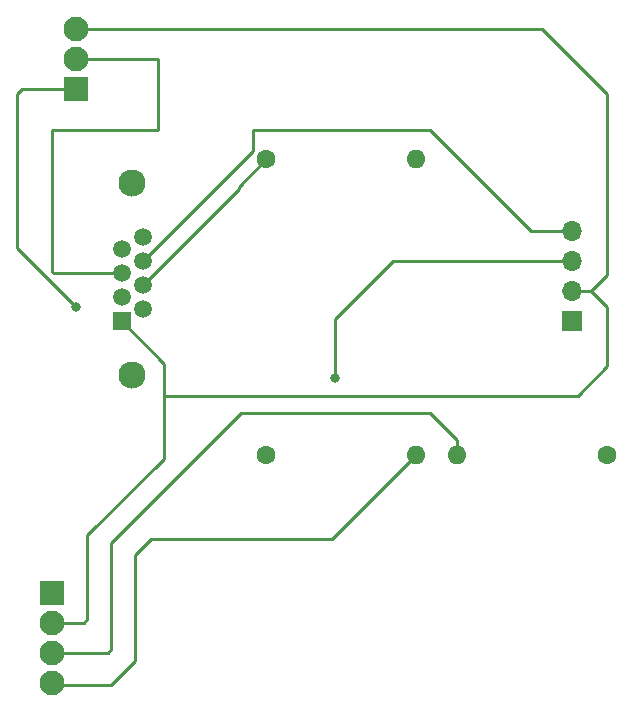
<source format=gtl>
%TF.GenerationSoftware,KiCad,Pcbnew,(6.0.0-0)*%
%TF.CreationDate,2022-04-18T16:48:19+01:00*%
%TF.ProjectId,acnode-reader-direct,61636e6f-6465-42d7-9265-616465722d64,rev?*%
%TF.SameCoordinates,Original*%
%TF.FileFunction,Copper,L1,Top*%
%TF.FilePolarity,Positive*%
%FSLAX46Y46*%
G04 Gerber Fmt 4.6, Leading zero omitted, Abs format (unit mm)*
G04 Created by KiCad (PCBNEW (6.0.0-0)) date 2022-04-18 16:48:19*
%MOMM*%
%LPD*%
G01*
G04 APERTURE LIST*
%TA.AperFunction,ComponentPad*%
%ADD10R,2.100000X2.100000*%
%TD*%
%TA.AperFunction,ComponentPad*%
%ADD11C,2.100000*%
%TD*%
%TA.AperFunction,ComponentPad*%
%ADD12R,1.500000X1.500000*%
%TD*%
%TA.AperFunction,ComponentPad*%
%ADD13C,1.500000*%
%TD*%
%TA.AperFunction,ComponentPad*%
%ADD14C,2.300000*%
%TD*%
%TA.AperFunction,ComponentPad*%
%ADD15C,1.600000*%
%TD*%
%TA.AperFunction,ComponentPad*%
%ADD16O,1.600000X1.600000*%
%TD*%
%TA.AperFunction,ComponentPad*%
%ADD17R,1.700000X1.700000*%
%TD*%
%TA.AperFunction,ComponentPad*%
%ADD18O,1.700000X1.700000*%
%TD*%
%TA.AperFunction,ViaPad*%
%ADD19C,0.800000*%
%TD*%
%TA.AperFunction,Conductor*%
%ADD20C,0.250000*%
%TD*%
G04 APERTURE END LIST*
D10*
%TO.P,J3,1,Pin_1*%
%TO.N,/GND*%
X85000000Y-56540000D03*
D11*
%TO.P,J3,2,Pin_2*%
%TO.N,/BTN*%
X85000000Y-54000000D03*
%TO.P,J3,3*%
%TO.N,/+5V_Vcc*%
X85000000Y-51460000D03*
%TD*%
D12*
%TO.P,J1,1*%
%TO.N,/+5V_Vcc*%
X88900000Y-76200000D03*
D13*
%TO.P,J1,2*%
%TO.N,/GND*%
X90680000Y-75184000D03*
%TO.P,J1,3*%
%TO.N,/PN532_TXD*%
X88900000Y-74168000D03*
%TO.P,J1,4*%
%TO.N,/CAT5_BLUE*%
X90680000Y-73152000D03*
%TO.P,J1,5*%
%TO.N,/BTN*%
X88900000Y-72136000D03*
%TO.P,J1,6*%
%TO.N,/PN532_RXD*%
X90680000Y-71120000D03*
%TO.P,J1,7*%
%TO.N,/CAT5_WHITE{slash}BROWN*%
X88900000Y-70104000D03*
%TO.P,J1,8*%
%TO.N,/CAT5_BROWN*%
X90680000Y-69088000D03*
D14*
%TO.P,J1,SH*%
%TO.N,N/C*%
X89790000Y-64510000D03*
X89790000Y-80770000D03*
%TD*%
D15*
%TO.P,R1,1*%
%TO.N,/CAT5_BLUE*%
X101150000Y-62500000D03*
D16*
%TO.P,R1,2*%
%TO.N,/LED_RED-*%
X113850000Y-62500000D03*
%TD*%
D11*
%TO.P,J2,4,Pin_4*%
%TO.N,/LED_BLUE-*%
X83000000Y-106805000D03*
%TO.P,J2,3,Pin_3*%
%TO.N,/LED_GREEN-*%
X83000000Y-104265000D03*
%TO.P,J2,2,Pin_2*%
%TO.N,/+5V_Vcc*%
X83000000Y-101725000D03*
D10*
%TO.P,J2,1,Pin_1*%
%TO.N,/LED_RED-*%
X83000000Y-99185000D03*
%TD*%
D15*
%TO.P,R2,1*%
%TO.N,/CAT5_WHITE{slash}BROWN*%
X130000000Y-87500000D03*
D16*
%TO.P,R2,2*%
%TO.N,/LED_GREEN-*%
X117300000Y-87500000D03*
%TD*%
D15*
%TO.P,R3,1*%
%TO.N,/CAT5_BROWN*%
X101150000Y-87500000D03*
D16*
%TO.P,R3,2*%
%TO.N,/LED_BLUE-*%
X113850000Y-87500000D03*
%TD*%
D17*
%TO.P,J4,1,Pin_1*%
%TO.N,/GND*%
X127000000Y-76200000D03*
D18*
%TO.P,J4,2,Pin_2*%
%TO.N,/+5V_Vcc*%
X127000000Y-73660000D03*
%TO.P,J4,3,Pin_3*%
%TO.N,/PN532_TXD*%
X127000000Y-71120000D03*
%TO.P,J4,4,Pin_4*%
%TO.N,/PN532_RXD*%
X127000000Y-68580000D03*
%TD*%
D19*
%TO.N,/PN532_TXD*%
X107000000Y-81000000D03*
%TO.N,/GND*%
X85000000Y-75000000D03*
%TD*%
D20*
%TO.N,/+5V_Vcc*%
X85000000Y-51460000D02*
X124460000Y-51460000D01*
X86000000Y-94340000D02*
X92500000Y-87840000D01*
X130000000Y-72320000D02*
X128660000Y-73660000D01*
X92500000Y-79800000D02*
X92500000Y-82500000D01*
X85725000Y-101725000D02*
X86000000Y-101450000D01*
X130000000Y-75000000D02*
X128660000Y-73660000D01*
X92500000Y-87840000D02*
X92500000Y-82500000D01*
X130000000Y-80000000D02*
X130000000Y-75000000D01*
X92500000Y-82500000D02*
X127500000Y-82500000D01*
X128660000Y-73660000D02*
X127000000Y-73660000D01*
X124460000Y-51460000D02*
X130000000Y-57000000D01*
X127500000Y-82500000D02*
X130000000Y-80000000D01*
X130000000Y-57000000D02*
X130000000Y-72320000D01*
X86000000Y-101450000D02*
X86000000Y-94340000D01*
X83000000Y-101725000D02*
X85725000Y-101725000D01*
X88900000Y-76200000D02*
X92500000Y-79800000D01*
%TO.N,/PN532_TXD*%
X111880000Y-71120000D02*
X107000000Y-76000000D01*
X107000000Y-76000000D02*
X107000000Y-81000000D01*
X127000000Y-71120000D02*
X111880000Y-71120000D01*
%TO.N,/BTN*%
X83000000Y-60000000D02*
X92000000Y-60000000D01*
X83136000Y-72136000D02*
X83000000Y-72000000D01*
X88900000Y-72136000D02*
X83136000Y-72136000D01*
X83000000Y-72000000D02*
X83000000Y-60000000D01*
X92000000Y-54000000D02*
X92000000Y-60000000D01*
X85000000Y-54000000D02*
X92000000Y-54000000D01*
%TO.N,/GND*%
X80000000Y-70000000D02*
X85000000Y-75000000D01*
X80460000Y-56540000D02*
X80000000Y-57000000D01*
X80000000Y-57000000D02*
X80000000Y-70000000D01*
X85000000Y-56540000D02*
X80460000Y-56540000D01*
%TO.N,/CAT5_BLUE*%
X90680000Y-73152000D02*
X98832000Y-65000000D01*
X98832000Y-65000000D02*
X98832000Y-64818000D01*
X98832000Y-64818000D02*
X101150000Y-62500000D01*
%TO.N,/PN532_RXD*%
X127000000Y-68580000D02*
X123580000Y-68580000D01*
X100000000Y-60000000D02*
X100000000Y-61800000D01*
X115000000Y-60000000D02*
X100000000Y-60000000D01*
X100000000Y-61800000D02*
X90680000Y-71120000D01*
X123580000Y-68580000D02*
X115000000Y-60000000D01*
%TO.N,/LED_GREEN-*%
X88000000Y-95000000D02*
X99000000Y-84000000D01*
X83000000Y-104265000D02*
X87735000Y-104265000D01*
X99000000Y-84000000D02*
X115000000Y-84000000D01*
X88000000Y-104000000D02*
X88000000Y-95000000D01*
X87735000Y-104265000D02*
X88000000Y-104000000D01*
X117300000Y-86300000D02*
X117300000Y-87500000D01*
X115000000Y-84000000D02*
X117300000Y-86300000D01*
%TO.N,/LED_BLUE-*%
X106730000Y-94620000D02*
X113850000Y-87500000D01*
X90000000Y-96000000D02*
X91380000Y-94620000D01*
X91380000Y-94620000D02*
X106730000Y-94620000D01*
X83000000Y-106805000D02*
X83000000Y-107000000D01*
X90000000Y-105000000D02*
X90000000Y-96000000D01*
X88000000Y-107000000D02*
X90000000Y-105000000D01*
X83000000Y-107000000D02*
X88000000Y-107000000D01*
%TD*%
M02*

</source>
